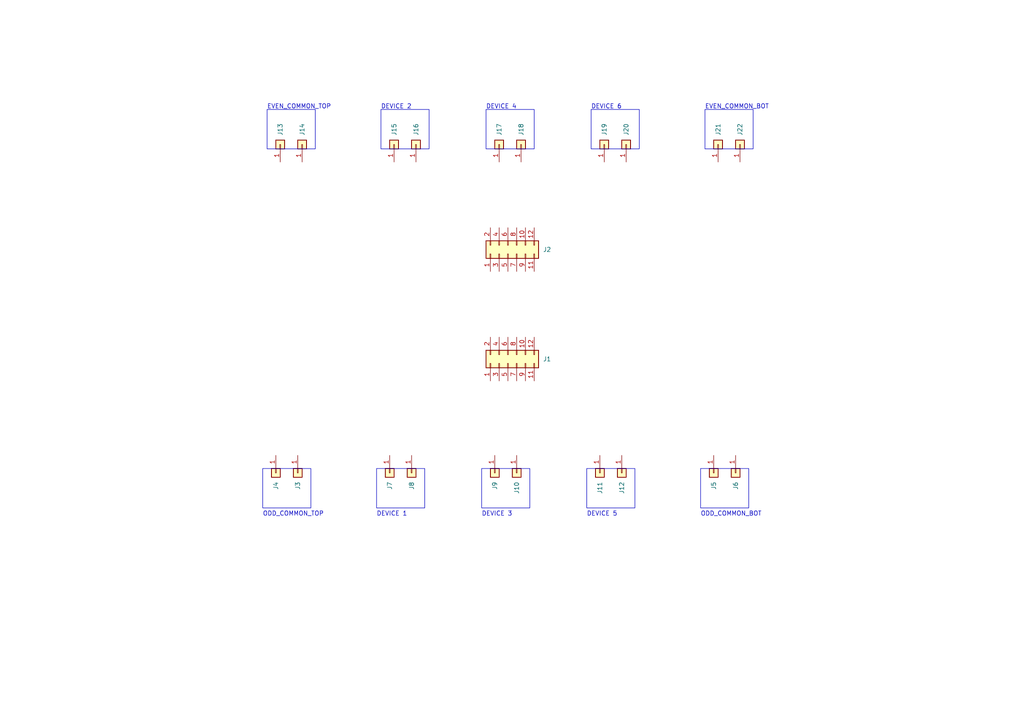
<source format=kicad_sch>
(kicad_sch (version 20230121) (generator eeschema)
  (paper "A4")
  (lib_symbols
    (symbol "Connector_Generic:Conn_01x01" (pin_names (offset 1.016) hide)
      (property "Reference" "J" (at 0 2.54 0))
      (property "Value" "Conn_01x01" (at 0 -2.54 0))
      (symbol "Conn_01x01_1_1"
        (rectangle (start -1.27 0.127) (end 0 -0.127) (stroke (width 0.1524)))
        (rectangle (start -1.27 1.27) (end 1.27 -1.27) (stroke (width 0.254)) (fill (type background)))
        (pin passive line (at -5.08 0 0) (length 3.81) (name "Pin_1") (number "1"))
      )
    )
    (symbol "Connector_Generic:Conn_02x06_Odd_Even" (pin_names (offset 1.016) hide)
      (property "Reference" "J" (at 1.27 7.62 0))
      (property "Value" "Conn_02x06_Odd_Even" (at 1.27 -10.16 0))
      (symbol "Conn_02x06_Odd_Even_1_1"
        (rectangle (start -1.27 -7.493) (end 0 -7.747) (stroke (width 0.1524)))
        (rectangle (start -1.27 -4.953) (end 0 -5.207) (stroke (width 0.1524)))
        (rectangle (start -1.27 -2.413) (end 0 -2.667) (stroke (width 0.1524)))
        (rectangle (start -1.27 0.127) (end 0 -0.127) (stroke (width 0.1524)))
        (rectangle (start -1.27 2.667) (end 0 2.413) (stroke (width 0.1524)))
        (rectangle (start -1.27 5.207) (end 0 4.953) (stroke (width 0.1524)))
        (rectangle (start -1.27 6.35) (end 3.81 -8.89) (stroke (width 0.254)) (fill (type background)))
        (rectangle (start 3.81 -7.493) (end 2.54 -7.747) (stroke (width 0.1524)))
        (rectangle (start 3.81 -4.953) (end 2.54 -5.207) (stroke (width 0.1524)))
        (rectangle (start 3.81 -2.413) (end 2.54 -2.667) (stroke (width 0.1524)))
        (rectangle (start 3.81 0.127) (end 2.54 -0.127) (stroke (width 0.1524)))
        (rectangle (start 3.81 2.667) (end 2.54 2.413) (stroke (width 0.1524)))
        (rectangle (start 3.81 5.207) (end 2.54 4.953) (stroke (width 0.1524)))
        (pin passive line (at -5.08 5.08 0) (length 3.81) (name "Pin_1") (number "1"))
        (pin passive line (at 7.62 -5.08 180) (length 3.81) (name "Pin_10") (number "10"))
        (pin passive line (at -5.08 -7.62 0) (length 3.81) (name "Pin_11") (number "11"))
        (pin passive line (at 7.62 -7.62 180) (length 3.81) (name "Pin_12") (number "12"))
        (pin passive line (at 7.62 5.08 180) (length 3.81) (name "Pin_2") (number "2"))
        (pin passive line (at -5.08 2.54 0) (length 3.81) (name "Pin_3") (number "3"))
        (pin passive line (at 7.62 2.54 180) (length 3.81) (name "Pin_4") (number "4"))
        (pin passive line (at -5.08 0 0) (length 3.81) (name "Pin_5") (number "5"))
        (pin passive line (at 7.62 0 180) (length 3.81) (name "Pin_6") (number "6"))
        (pin passive line (at -5.08 -2.54 0) (length 3.81) (name "Pin_7") (number "7"))
        (pin passive line (at 7.62 -2.54 180) (length 3.81) (name "Pin_8") (number "8"))
        (pin passive line (at -5.08 -5.08 0) (length 3.81) (name "Pin_9") (number "9"))
      )
    )
  )
  (rectangle (start 124.46 31.75) (end 110.49 43.18))
  (rectangle (start 76.2 135.89) (end 90.17 147.32))
  (rectangle (start 203.2 135.89) (end 217.17 147.32))
  (rectangle (start 218.44 31.75) (end 204.47 43.18))
  (rectangle (start 154.94 31.75) (end 140.97 43.18))
  (rectangle (start 109.22 135.89) (end 123.19 147.32))
  (rectangle (start 139.7 135.89) (end 153.67 147.32))
  (rectangle (start 185.42 31.75) (end 171.45 43.18))
  (rectangle (start 91.44 31.75) (end 77.47 43.18))
  (rectangle (start 170.18 135.89) (end 184.15 147.32))
  (text "ODD_COMMON_TOP" (at 76.2 149.86 0) (effects (font (size 1.27 1.27)) (justify left bottom)))
  (text "EVEN_COMMON_BOT" (at 204.47 31.75 0) (effects (font (size 1.27 1.27)) (justify left bottom)))
  (text "DEVICE 6" (at 171.45 31.75 0) (effects (font (size 1.27 1.27)) (justify left bottom)))
  (text "DEVICE 4" (at 140.97 31.75 0) (effects (font (size 1.27 1.27)) (justify left bottom)))
  (text "ODD_COMMON_BOT" (at 203.2 149.86 0) (effects (font (size 1.27 1.27)) (justify left bottom)))
  (text "DEVICE 3" (at 139.7 149.86 0) (effects (font (size 1.27 1.27)) (justify left bottom)))
  (text "DEVICE 5" (at 170.18 149.86 0) (effects (font (size 1.27 1.27)) (justify left bottom)))
  (text "DEVICE 2" (at 110.49 31.75 0) (effects (font (size 1.27 1.27)) (justify left bottom)))
  (text "EVEN_COMMON_TOP" (at 77.47 31.75 0) (effects (font (size 1.27 1.27)) (justify left bottom)))
  (text "DEVICE 1" (at 109.22 149.86 0) (effects (font (size 1.27 1.27)) (justify left bottom)))
  (symbol (lib_id "Connector_Generic:Conn_02x06_Odd_Even") (at 147.32 105.41 90) (unit 1)
    (property "Reference" "J1" (at 157.48 104.14 90) (effects (justify right)))
    (property "Value" "Conn_02x06_Odd_Even" (effects hide))
  )
  (symbol (lib_id "Connector_Generic:Conn_01x01") (at 144.78 41.91 270) (mirror x) (unit 1)
    (property "Reference" "J17" (at 144.78 39.37 0) (effects (justify left)))
    (property "Value" "Conn_01x01" (effects hide))
  )
  (symbol (lib_id "Connector_Generic:Conn_01x01") (at 149.86 137.16 270) (unit 1)
    (property "Reference" "J10" (at 149.86 139.7 0) (effects (justify left)))
    (property "Value" "Conn_01x01" (effects hide))
  )
  (symbol (lib_id "Connector_Generic:Conn_01x01") (at 207.01 137.16 270) (unit 1)
    (property "Reference" "J5" (at 207.01 139.7 0) (effects (justify left)))
    (property "Value" "Conn_01x01" (effects hide))
  )
  (symbol (lib_id "Connector_Generic:Conn_01x01") (at 208.28 41.91 270) (mirror x) (unit 1)
    (property "Reference" "J21" (at 208.28 39.37 0) (effects (justify left)))
    (property "Value" "Conn_01x01" (effects hide))
  )
  (symbol (lib_id "Connector_Generic:Conn_01x01") (at 120.65 41.91 270) (mirror x) (unit 1)
    (property "Reference" "J16" (at 120.65 39.37 0) (effects (justify left)))
    (property "Value" "Conn_01x01" (effects hide))
  )
  (symbol (lib_id "Connector_Generic:Conn_01x01") (at 113.03 137.16 270) (unit 1)
    (property "Reference" "J7" (at 113.03 139.7 0) (effects (justify left)))
    (property "Value" "Conn_01x01" (effects hide))
  )
  (symbol (lib_id "Connector_Generic:Conn_01x01") (at 181.61 41.91 270) (mirror x) (unit 1)
    (property "Reference" "J20" (at 181.61 39.37 0) (effects (justify left)))
    (property "Value" "Conn_01x01" (effects hide))
  )
  (symbol (lib_id "Connector_Generic:Conn_01x01") (at 114.3 41.91 270) (mirror x) (unit 1)
    (property "Reference" "J15" (at 114.3 39.37 0) (effects (justify left)))
    (property "Value" "Conn_01x01" (effects hide))
  )
  (symbol (lib_id "Connector_Generic:Conn_01x01") (at 143.51 137.16 270) (unit 1)
    (property "Reference" "J9" (at 143.51 139.7 0) (effects (justify left)))
    (property "Value" "Conn_01x01" (effects hide))
  )
  (symbol (lib_id "Connector_Generic:Conn_01x01") (at 86.36 137.16 270) (unit 1)
    (property "Reference" "J3" (at 86.36 139.7 0) (effects (justify left)))
    (property "Value" "Conn_01x01" (effects hide))
  )
  (symbol (lib_id "Connector_Generic:Conn_01x01") (at 173.99 137.16 270) (unit 1)
    (property "Reference" "J11" (at 173.99 139.7 0) (effects (justify left)))
    (property "Value" "Conn_01x01" (effects hide))
  )
  (symbol (lib_id "Connector_Generic:Conn_01x01") (at 81.28 41.91 270) (mirror x) (unit 1)
    (property "Reference" "J13" (at 81.28 39.37 0) (effects (justify left)))
    (property "Value" "Conn_01x01" (effects hide))
  )
  (symbol (lib_id "Connector_Generic:Conn_01x01") (at 175.26 41.91 270) (mirror x) (unit 1)
    (property "Reference" "J19" (at 175.26 39.37 0) (effects (justify left)))
    (property "Value" "Conn_01x01" (effects hide))
  )
  (symbol (lib_id "Connector_Generic:Conn_01x01") (at 87.63 41.91 270) (mirror x) (unit 1)
    (property "Reference" "J14" (at 87.63 39.37 0) (effects (justify left)))
    (property "Value" "Conn_01x01" (effects hide))
  )
  (symbol (lib_id "Connector_Generic:Conn_01x01") (at 213.36 137.16 270) (unit 1)
    (property "Reference" "J6" (at 213.36 139.7 0) (effects (justify left)))
    (property "Value" "Conn_01x01" (effects hide))
  )
  (symbol (lib_id "Connector_Generic:Conn_01x01") (at 180.34 137.16 270) (unit 1)
    (property "Reference" "J12" (at 180.34 139.7 0) (effects (justify left)))
    (property "Value" "Conn_01x01" (effects hide))
  )
  (symbol (lib_id "Connector_Generic:Conn_01x01") (at 80.01 137.16 270) (unit 1)
    (property "Reference" "J4" (at 80.01 139.7 0) (effects (justify left)))
    (property "Value" "Conn_01x01" (effects hide))
  )
  (symbol (lib_id "Connector_Generic:Conn_01x01") (at 151.13 41.91 270) (mirror x) (unit 1)
    (property "Reference" "J18" (at 151.13 39.37 0) (effects (justify left)))
    (property "Value" "Conn_01x01" (effects hide))
  )
  (symbol (lib_id "Connector_Generic:Conn_01x01") (at 214.63 41.91 270) (mirror x) (unit 1)
    (property "Reference" "J22" (at 214.63 39.37 0) (effects (justify left)))
    (property "Value" "Conn_01x01" (effects hide))
  )
  (symbol (lib_id "Connector_Generic:Conn_02x06_Odd_Even") (at 147.32 73.66 90) (unit 1)
    (property "Reference" "J2" (at 157.48 72.39 90) (effects (justify right)))
    (property "Value" "Conn_02x06_Odd_Even" (effects hide))
  )
  (symbol (lib_id "Connector_Generic:Conn_01x01") (at 119.38 137.16 270) (unit 1)
    (property "Reference" "J8" (at 119.38 139.7 0) (effects (justify left)))
    (property "Value" "Conn_01x01" (effects hide))
  )
)
</source>
